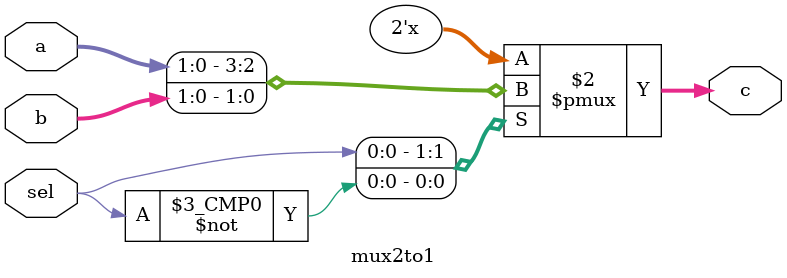
<source format=v>
module mux2to1(a, b, sel, c);

input [1:0]a, b;
input sel;
output reg[1:0]c;

always @(*)
begin
	case(sel)
	1'd1: c = a;
	1'd0: c = b;
	endcase
end

endmodule

</source>
